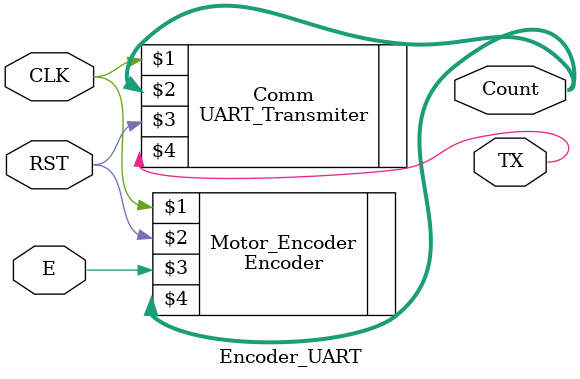
<source format=v>
`timescale 1ns / 1ps
module Encoder_UART(input RST, input CLK, input E, output [7:0] Count, output TX);
		
	
	Encoder Motor_Encoder(CLK, RST, E, Count);	
	UART_Transmiter Comm (CLK, Count, RST, TX);	

endmodule

</source>
